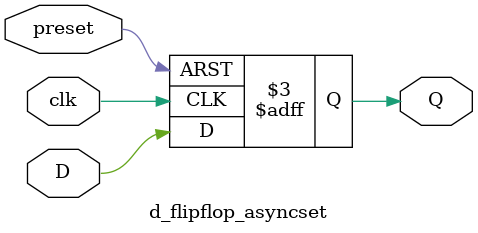
<source format=v>

module d_flipflop_asyncset (
	input D, // Data Input
	input clk, // Clock Signal
	input preset, // Asynchronous Set
	output reg Q); // Data Output

always @(posedge clk or posedge preset) begin

if (preset == 1'b1) 
Q <= 1'b1;
else Q <= D;

end

endmodule

</source>
